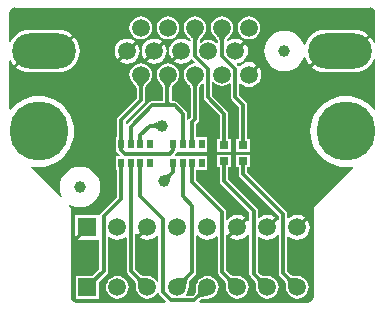
<source format=gtl>
G04*
G04 #@! TF.GenerationSoftware,Altium Limited,Altium Designer,18.0.12 (696)*
G04*
G04 Layer_Physical_Order=1*
G04 Layer_Color=7334*
%FSLAX44Y44*%
%MOMM*%
G71*
G01*
G75*
%ADD12R,0.8000X0.6500*%
%ADD13R,0.5000X0.8000*%
%ADD21C,1.0000*%
%ADD22C,0.3000*%
%ADD23R,1.5000X1.5000*%
%ADD24C,1.5000*%
%ADD25O,5.4000X3.0000*%
%ADD26C,5.0000*%
G36*
X311901Y254590D02*
X313513Y253513D01*
X314590Y251901D01*
X314935Y250167D01*
X314902Y250000D01*
Y224632D01*
X313702Y224454D01*
X313560Y224922D01*
X311889Y228049D01*
X310596Y229624D01*
X297911Y216939D01*
X295789Y219061D01*
X308474Y231746D01*
X306899Y233039D01*
X303772Y234710D01*
X300379Y235739D01*
X296850Y236087D01*
X272850D01*
X269321Y235739D01*
X265928Y234710D01*
X262801Y233039D01*
X260061Y230790D01*
X257811Y228049D01*
X256140Y224922D01*
X255529Y222910D01*
X254275D01*
X253782Y224537D01*
X252203Y227490D01*
X250079Y230079D01*
X247490Y232203D01*
X244537Y233782D01*
X241333Y234754D01*
X238000Y235082D01*
X234667Y234754D01*
X231463Y233782D01*
X228510Y232203D01*
X225921Y230079D01*
X223797Y227490D01*
X222218Y224537D01*
X221246Y221333D01*
X220918Y218000D01*
X221246Y214667D01*
X222218Y211463D01*
X223797Y208510D01*
X225921Y205921D01*
X228510Y203797D01*
X231463Y202218D01*
X234667Y201246D01*
X238000Y200918D01*
X241333Y201246D01*
X244537Y202218D01*
X247490Y203797D01*
X250079Y205921D01*
X252203Y208510D01*
X253782Y211463D01*
X254275Y213090D01*
X255529D01*
X256140Y211078D01*
X257811Y207951D01*
X259104Y206376D01*
X271789Y219061D01*
X273911Y216939D01*
X261226Y204254D01*
X262801Y202961D01*
X265928Y201290D01*
X269321Y200261D01*
X272850Y199913D01*
X296850D01*
X300379Y200261D01*
X303772Y201290D01*
X306899Y202961D01*
X309639Y205210D01*
X311889Y207951D01*
X313560Y211078D01*
X313702Y211546D01*
X314902Y211368D01*
Y168884D01*
X313702Y168442D01*
X311279Y171279D01*
X307688Y174345D01*
X303662Y176813D01*
X299299Y178620D01*
X294708Y179722D01*
X290000Y180093D01*
X285292Y179722D01*
X280701Y178620D01*
X276338Y176813D01*
X272312Y174345D01*
X268721Y171279D01*
X265655Y167688D01*
X263187Y163662D01*
X261380Y159299D01*
X260278Y154707D01*
X259907Y150000D01*
X260278Y145293D01*
X261380Y140701D01*
X263187Y136338D01*
X265655Y132312D01*
X268721Y128721D01*
X272312Y125654D01*
X276338Y123187D01*
X280701Y121380D01*
X285292Y120278D01*
X290000Y119907D01*
X294708Y120278D01*
X295665Y120507D01*
X296251Y119460D01*
X264395Y87605D01*
X263290Y85951D01*
X262902Y84000D01*
Y10000D01*
X262935Y9833D01*
X262590Y8099D01*
X261513Y6487D01*
X259901Y5410D01*
X258167Y5065D01*
X258000Y5098D01*
X166513D01*
X166053Y6207D01*
X167183Y7336D01*
X167461Y7526D01*
X167833Y7722D01*
X168285Y7906D01*
X168819Y8071D01*
X169436Y8213D01*
X170109Y8321D01*
X171796Y8452D01*
X172491Y8459D01*
X172800Y8418D01*
X175280Y8745D01*
X177591Y9702D01*
X179576Y11224D01*
X181098Y13209D01*
X182055Y15520D01*
X182382Y18000D01*
X182055Y20480D01*
X181098Y22791D01*
X179576Y24775D01*
X177591Y26298D01*
X175280Y27255D01*
X172800Y27582D01*
X170320Y27255D01*
X168009Y26298D01*
X166025Y24775D01*
X164502Y22791D01*
X163545Y20480D01*
X163218Y18000D01*
X163254Y17726D01*
X163204Y16092D01*
X163125Y15335D01*
X163013Y14636D01*
X162871Y14019D01*
X162706Y13485D01*
X162522Y13033D01*
X162326Y12661D01*
X162136Y12383D01*
X160322Y10569D01*
X155185D01*
X154593Y11769D01*
X155698Y13209D01*
X156656Y15520D01*
X156982Y18000D01*
X156946Y18274D01*
X156996Y19908D01*
X157074Y20665D01*
X157187Y21363D01*
X157329Y21981D01*
X157494Y22515D01*
X157678Y22967D01*
X157874Y23338D01*
X158064Y23617D01*
X162523Y28077D01*
X163297Y29234D01*
X163569Y30600D01*
Y61611D01*
X164769Y62019D01*
X165311Y61311D01*
X167505Y59628D01*
X170059Y58570D01*
X172800Y58209D01*
X175541Y58570D01*
X178095Y59628D01*
X180231Y61267D01*
X180647Y61200D01*
X181431Y60934D01*
Y31200D01*
X181703Y29834D01*
X182477Y28677D01*
X187537Y23617D01*
X187726Y23338D01*
X187922Y22967D01*
X188106Y22515D01*
X188271Y21981D01*
X188413Y21364D01*
X188521Y20691D01*
X188652Y19004D01*
X188659Y18310D01*
X188618Y18000D01*
X188945Y15520D01*
X189902Y13209D01*
X191425Y11224D01*
X193409Y9702D01*
X195720Y8745D01*
X198200Y8418D01*
X200680Y8745D01*
X202991Y9702D01*
X204975Y11224D01*
X206498Y13209D01*
X207456Y15520D01*
X207782Y18000D01*
X207456Y20480D01*
X206498Y22791D01*
X204975Y24775D01*
X202991Y26298D01*
X200680Y27255D01*
X198200Y27582D01*
X197926Y27546D01*
X196292Y27596D01*
X195535Y27675D01*
X194837Y27787D01*
X194219Y27929D01*
X193685Y28094D01*
X193233Y28278D01*
X192862Y28474D01*
X192583Y28663D01*
X188569Y32678D01*
Y62133D01*
X189769Y62540D01*
X189790Y62512D01*
X197139Y69861D01*
X204488Y77210D01*
X203495Y77972D01*
X200941Y79030D01*
X198200Y79391D01*
X195459Y79030D01*
X192905Y77972D01*
X190711Y76289D01*
X189769Y75060D01*
X188569Y75467D01*
Y82000D01*
X188297Y83366D01*
X187523Y84523D01*
X163569Y108478D01*
Y117000D01*
X172500D01*
Y129000D01*
X145615D01*
X145155Y130109D01*
X146523Y131477D01*
X147297Y132634D01*
X147370Y133000D01*
X172500D01*
Y145000D01*
X163569D01*
Y156522D01*
X164773Y157727D01*
X165547Y158884D01*
X165819Y160250D01*
Y186688D01*
X165882Y187018D01*
X166006Y187420D01*
X166195Y187870D01*
X166456Y188365D01*
X166792Y188901D01*
X167191Y189454D01*
X168292Y190739D01*
X168481Y190932D01*
X169510Y190571D01*
X169681Y190415D01*
Y178750D01*
X169953Y177384D01*
X170727Y176227D01*
X183431Y163522D01*
Y143500D01*
X181000D01*
Y133000D01*
X193000D01*
Y143500D01*
X190569D01*
Y165000D01*
X190297Y166366D01*
X189523Y167523D01*
X176819Y180228D01*
Y191481D01*
X178019Y191888D01*
X178375Y191425D01*
X180359Y189902D01*
X182670Y188944D01*
X185150Y188618D01*
X187630Y188944D01*
X189941Y189902D01*
X191381Y191007D01*
X192581Y190415D01*
Y179300D01*
X192853Y177934D01*
X193627Y176777D01*
X199431Y170972D01*
Y143500D01*
X197000D01*
Y133000D01*
X209000D01*
Y143500D01*
X206569D01*
Y172450D01*
X206297Y173816D01*
X205523Y174973D01*
X199718Y180778D01*
Y189954D01*
X200919Y190437D01*
X202755Y189028D01*
X205309Y187970D01*
X208050Y187609D01*
X210791Y187970D01*
X213345Y189028D01*
X215539Y190711D01*
X217222Y192905D01*
X218280Y195459D01*
X218641Y198200D01*
X218280Y200941D01*
X217222Y203495D01*
X216460Y204488D01*
X209111Y197139D01*
X206989Y199261D01*
X214338Y206610D01*
X213345Y207372D01*
X210791Y208430D01*
X208050Y208791D01*
X205309Y208430D01*
X202755Y207372D01*
X200561Y205689D01*
X200033Y205000D01*
X198834Y205040D01*
X198673Y205280D01*
X197620Y206333D01*
X198050Y207600D01*
X199341Y207770D01*
X201895Y208828D01*
X204089Y210511D01*
X205772Y212705D01*
X206830Y215259D01*
X207191Y218000D01*
X206830Y220741D01*
X205772Y223295D01*
X205010Y224288D01*
X197661Y216939D01*
X195539Y219061D01*
X202888Y226410D01*
X201895Y227172D01*
X199341Y228230D01*
X196600Y228591D01*
X193859Y228230D01*
X191305Y227172D01*
X190574Y226611D01*
X189250Y227108D01*
X189155Y227583D01*
X189356Y227965D01*
X189692Y228501D01*
X190091Y229054D01*
X191192Y230339D01*
X191678Y230835D01*
X191925Y231024D01*
X193448Y233009D01*
X194405Y235320D01*
X194732Y237800D01*
X194405Y240280D01*
X193448Y242591D01*
X191925Y244575D01*
X189941Y246098D01*
X187630Y247055D01*
X185150Y247382D01*
X182670Y247055D01*
X180359Y246098D01*
X178375Y244575D01*
X176852Y242591D01*
X175895Y240280D01*
X175568Y237800D01*
X175895Y235320D01*
X176852Y233009D01*
X178375Y231024D01*
X178594Y230856D01*
X179714Y229665D01*
X180193Y229075D01*
X180608Y228501D01*
X180944Y227965D01*
X181205Y227470D01*
X181394Y227020D01*
X181518Y226618D01*
X181581Y226288D01*
Y225151D01*
X181084Y224982D01*
X180381Y224848D01*
X178491Y226298D01*
X176180Y227255D01*
X173700Y227582D01*
X171220Y227255D01*
X168909Y226298D01*
X167469Y225193D01*
X166269Y225785D01*
Y226390D01*
X166330Y226717D01*
X166453Y227133D01*
X166642Y227605D01*
X166901Y228130D01*
X167233Y228702D01*
X167629Y229300D01*
X168702Y230687D01*
X168937Y230956D01*
X169025Y231024D01*
X169238Y231301D01*
X169348Y231427D01*
X169388Y231497D01*
X170548Y233009D01*
X171505Y235320D01*
X171832Y237800D01*
X171505Y240280D01*
X170548Y242591D01*
X169025Y244575D01*
X167041Y246098D01*
X164730Y247055D01*
X162250Y247382D01*
X159770Y247055D01*
X157459Y246098D01*
X155475Y244575D01*
X153952Y242591D01*
X152994Y240280D01*
X152668Y237800D01*
X152994Y235320D01*
X153952Y233009D01*
X155475Y231024D01*
X155920Y230683D01*
X155960Y230629D01*
X156658Y229995D01*
X157241Y229411D01*
X157740Y228852D01*
X158158Y228321D01*
X158495Y227821D01*
X158755Y227357D01*
X158792Y227272D01*
X158630Y226739D01*
X157239Y226294D01*
X156095Y227172D01*
X153541Y228230D01*
X150800Y228591D01*
X148059Y228230D01*
X145505Y227172D01*
X143311Y225489D01*
X141628Y223295D01*
X140570Y220741D01*
X140209Y218000D01*
X140570Y215259D01*
X141628Y212705D01*
X142390Y211712D01*
X149739Y219061D01*
X151861Y216939D01*
X144512Y209590D01*
X145505Y208828D01*
X148059Y207770D01*
X150800Y207409D01*
X153541Y207770D01*
X156095Y208828D01*
X158289Y210511D01*
X158817Y211200D01*
X160016Y211160D01*
X160177Y210920D01*
X162137Y208960D01*
X161691Y207708D01*
X159770Y207455D01*
X157459Y206498D01*
X155475Y204975D01*
X153952Y202991D01*
X152994Y200680D01*
X152668Y198200D01*
X152994Y195720D01*
X153952Y193409D01*
X155475Y191425D01*
X155694Y191257D01*
X156814Y190065D01*
X157293Y189475D01*
X157708Y188901D01*
X158044Y188365D01*
X158305Y187870D01*
X158494Y187420D01*
X158618Y187018D01*
X158681Y186688D01*
Y161728D01*
X157477Y160523D01*
X157392Y160397D01*
X155762Y160086D01*
X155569Y160218D01*
Y165000D01*
X155297Y166366D01*
X154523Y167523D01*
X147523Y174523D01*
X146366Y175297D01*
X145000Y175569D01*
X143112D01*
X142922Y175602D01*
X142782Y175649D01*
X142719Y175683D01*
X142699Y175699D01*
X142682Y175720D01*
X142649Y175782D01*
X142602Y175922D01*
X142569Y176112D01*
Y186628D01*
X142633Y186959D01*
X142757Y187349D01*
X142946Y187780D01*
X143206Y188251D01*
X143543Y188759D01*
X143942Y189277D01*
X145059Y190483D01*
X145735Y191113D01*
X145753Y191139D01*
X146125Y191425D01*
X147648Y193409D01*
X148605Y195720D01*
X148932Y198200D01*
X148605Y200680D01*
X147648Y202991D01*
X146125Y204975D01*
X144141Y206498D01*
X141830Y207455D01*
X139350Y207782D01*
X136870Y207455D01*
X134559Y206498D01*
X132575Y204975D01*
X131052Y202991D01*
X130094Y200680D01*
X129768Y198200D01*
X130094Y195720D01*
X131052Y193409D01*
X132337Y191734D01*
X132337Y191734D01*
X132338Y191733D01*
X132575Y191425D01*
X132702Y191327D01*
X132988Y191008D01*
X134067Y189643D01*
X134464Y189056D01*
X134798Y188491D01*
X135057Y187973D01*
X135246Y187506D01*
X135370Y187093D01*
X135431Y186765D01*
Y176112D01*
X135398Y175922D01*
X135351Y175782D01*
X135318Y175720D01*
X135301Y175699D01*
X135281Y175683D01*
X135218Y175649D01*
X135078Y175602D01*
X134888Y175569D01*
X126000D01*
X124634Y175297D01*
X123477Y174523D01*
X105477Y156523D01*
X105392Y156397D01*
X103762Y156086D01*
X103569Y156218D01*
Y158522D01*
X118973Y173927D01*
X119747Y175084D01*
X120019Y176450D01*
Y186688D01*
X120082Y187018D01*
X120206Y187420D01*
X120395Y187870D01*
X120656Y188365D01*
X120992Y188901D01*
X121391Y189454D01*
X122492Y190739D01*
X122978Y191235D01*
X123225Y191425D01*
X124748Y193409D01*
X125705Y195720D01*
X126032Y198200D01*
X125705Y200680D01*
X124748Y202991D01*
X123225Y204975D01*
X121241Y206498D01*
X118930Y207455D01*
X116450Y207782D01*
X113970Y207455D01*
X111659Y206498D01*
X109675Y204975D01*
X108152Y202991D01*
X107194Y200680D01*
X106868Y198200D01*
X107194Y195720D01*
X108152Y193409D01*
X109675Y191425D01*
X109894Y191257D01*
X111014Y190065D01*
X111493Y189475D01*
X111908Y188901D01*
X112244Y188365D01*
X112505Y187870D01*
X112694Y187420D01*
X112818Y187018D01*
X112881Y186688D01*
Y177928D01*
X97477Y162523D01*
X96703Y161366D01*
X96431Y160000D01*
Y145000D01*
X95500D01*
Y133000D01*
X96630D01*
X96703Y132634D01*
X97477Y131477D01*
X98845Y130109D01*
X98385Y129000D01*
X95500D01*
Y117000D01*
X96431D01*
Y94478D01*
X82477Y80523D01*
X81703Y79366D01*
X81690Y79300D01*
X60700D01*
Y60421D01*
X70139Y69861D01*
X72261Y67739D01*
X62821Y58300D01*
X81431D01*
Y33278D01*
X76661Y28508D01*
X76142Y28025D01*
X75720Y27686D01*
X75454Y27500D01*
X61700D01*
Y8500D01*
X80700D01*
Y22254D01*
X80870Y22497D01*
X81579Y23332D01*
X87523Y29277D01*
X88297Y30434D01*
X88569Y31800D01*
Y60215D01*
X89769Y60807D01*
X91305Y59628D01*
X93859Y58570D01*
X96600Y58209D01*
X99341Y58570D01*
X101895Y59628D01*
X103231Y60654D01*
X104431Y60062D01*
Y32000D01*
X104703Y30634D01*
X105477Y29477D01*
X111336Y23617D01*
X111525Y23338D01*
X111722Y22967D01*
X111906Y22515D01*
X112071Y21981D01*
X112213Y21364D01*
X112321Y20691D01*
X112452Y19004D01*
X112459Y18310D01*
X112418Y18000D01*
X112745Y15520D01*
X113702Y13209D01*
X115225Y11224D01*
X117209Y9702D01*
X119520Y8745D01*
X122000Y8418D01*
X124480Y8745D01*
X126791Y9702D01*
X128776Y11224D01*
X130298Y13209D01*
X130344Y13318D01*
X131592Y13196D01*
X131703Y12634D01*
X132477Y11477D01*
X137747Y6207D01*
X137288Y5098D01*
X63197D01*
X63175Y5098D01*
X62000Y5098D01*
X60866Y5257D01*
X60099Y5410D01*
X58487Y6487D01*
X57410Y8099D01*
X57065Y9833D01*
X57098Y10000D01*
Y84000D01*
X56710Y85951D01*
X55833Y87263D01*
X56664Y88180D01*
X58463Y87218D01*
X61667Y86246D01*
X65000Y85918D01*
X68333Y86246D01*
X71537Y87218D01*
X74490Y88797D01*
X77079Y90921D01*
X79203Y93510D01*
X80782Y96463D01*
X81754Y99667D01*
X82082Y103000D01*
X81754Y106333D01*
X80782Y109537D01*
X79203Y112490D01*
X77079Y115079D01*
X74490Y117203D01*
X71537Y118782D01*
X68333Y119754D01*
X65000Y120082D01*
X61667Y119754D01*
X58463Y118782D01*
X55510Y117203D01*
X52921Y115079D01*
X50797Y112490D01*
X49218Y109537D01*
X48246Y106333D01*
X47918Y103000D01*
X48246Y99667D01*
X49218Y96463D01*
X50107Y94799D01*
X49133Y94077D01*
X23749Y119460D01*
X24335Y120507D01*
X25292Y120278D01*
X30000Y119907D01*
X34708Y120278D01*
X39299Y121380D01*
X43662Y123187D01*
X47688Y125654D01*
X51279Y128721D01*
X54345Y132312D01*
X56813Y136338D01*
X58620Y140701D01*
X59722Y145293D01*
X60093Y150000D01*
X59722Y154707D01*
X58620Y159299D01*
X56813Y163662D01*
X54345Y167688D01*
X51279Y171279D01*
X47688Y174345D01*
X43662Y176813D01*
X39299Y178620D01*
X34708Y179722D01*
X30000Y180093D01*
X25292Y179722D01*
X20701Y178620D01*
X16338Y176813D01*
X12312Y174345D01*
X8721Y171279D01*
X6298Y168442D01*
X5098Y168884D01*
Y209921D01*
X6298Y210221D01*
X7511Y207951D01*
X8804Y206376D01*
X21489Y219061D01*
X23611Y216939D01*
X10926Y204254D01*
X12501Y202961D01*
X15628Y201290D01*
X19021Y200261D01*
X22550Y199913D01*
X46550D01*
X50079Y200261D01*
X53472Y201290D01*
X56599Y202961D01*
X59339Y205210D01*
X61589Y207951D01*
X63260Y211078D01*
X64289Y214471D01*
X64637Y218000D01*
X64289Y221529D01*
X63260Y224922D01*
X61589Y228049D01*
X60296Y229624D01*
X47611Y216939D01*
X45489Y219061D01*
X58174Y231746D01*
X56599Y233039D01*
X53472Y234710D01*
X50079Y235739D01*
X46550Y236087D01*
X22550D01*
X19021Y235739D01*
X15628Y234710D01*
X12501Y233039D01*
X9761Y230790D01*
X7511Y228049D01*
X6298Y225779D01*
X5098Y226080D01*
Y250000D01*
X5065Y250167D01*
X5410Y251901D01*
X6487Y253513D01*
X8099Y254590D01*
X9833Y254935D01*
X10000Y254902D01*
X310000Y254902D01*
X310167Y254935D01*
X311901Y254590D01*
D02*
G37*
G36*
X189688Y231717D02*
X188487Y230316D01*
X188000Y229641D01*
X187588Y228983D01*
X187250Y228342D01*
X186987Y227719D01*
X186800Y227113D01*
X186688Y226523D01*
X186650Y225951D01*
X183650D01*
X183612Y226523D01*
X183500Y227113D01*
X183312Y227719D01*
X183050Y228342D01*
X182712Y228983D01*
X182300Y229641D01*
X181812Y230316D01*
X181250Y231008D01*
X179900Y232444D01*
X190400D01*
X189688Y231717D01*
D02*
G37*
G36*
X167126Y231983D02*
X165970Y230488D01*
X165500Y229778D01*
X165103Y229095D01*
X164778Y228436D01*
X164525Y227803D01*
X164345Y227196D01*
X164236Y226614D01*
X164200Y226058D01*
X161200Y225874D01*
X161161Y226459D01*
X161045Y227053D01*
X160852Y227657D01*
X160581Y228270D01*
X160233Y228891D01*
X159807Y229522D01*
X159304Y230163D01*
X158724Y230812D01*
X158066Y231471D01*
X157331Y232139D01*
X167812Y232768D01*
X167126Y231983D01*
D02*
G37*
G36*
X166787Y192117D02*
X165588Y190716D01*
X165100Y190041D01*
X164688Y189383D01*
X164350Y188742D01*
X164088Y188119D01*
X163900Y187513D01*
X163787Y186924D01*
X163750Y186352D01*
X160750D01*
X160713Y186924D01*
X160600Y187513D01*
X160413Y188119D01*
X160150Y188742D01*
X159812Y189383D01*
X159400Y190041D01*
X158912Y190716D01*
X158350Y191408D01*
X157000Y192844D01*
X167500D01*
X166787Y192117D01*
D02*
G37*
G36*
X120988D02*
X119788Y190716D01*
X119300Y190041D01*
X118888Y189383D01*
X118550Y188742D01*
X118287Y188119D01*
X118100Y187513D01*
X117987Y186924D01*
X117950Y186352D01*
X114950D01*
X114913Y186924D01*
X114800Y187513D01*
X114613Y188119D01*
X114350Y188742D01*
X114012Y189383D01*
X113600Y190041D01*
X113112Y190716D01*
X112550Y191408D01*
X111200Y192844D01*
X121700D01*
X120988Y192117D01*
D02*
G37*
G36*
X144344Y192605D02*
X143614Y191924D01*
X142384Y190595D01*
X141884Y189947D01*
X141461Y189310D01*
X141115Y188684D01*
X140846Y188069D01*
X140654Y187464D01*
X140539Y186871D01*
X140500Y186289D01*
X137500Y186432D01*
X137464Y186992D01*
X137354Y187575D01*
X137172Y188183D01*
X136917Y188813D01*
X136589Y189468D01*
X136188Y190146D01*
X135714Y190848D01*
X134548Y192322D01*
X133856Y193095D01*
X144344Y192605D01*
D02*
G37*
G36*
X140530Y175930D02*
X140620Y175420D01*
X140770Y174970D01*
X140980Y174580D01*
X141250Y174250D01*
X141580Y173980D01*
X141970Y173770D01*
X142420Y173620D01*
X142930Y173530D01*
X143500Y173500D01*
X139000Y170500D01*
X134500Y173500D01*
X135070Y173530D01*
X135580Y173620D01*
X136030Y173770D01*
X136420Y173980D01*
X136750Y174250D01*
X137020Y174580D01*
X137230Y174970D01*
X137380Y175420D01*
X137470Y175930D01*
X137500Y176500D01*
X140500D01*
X140530Y175930D01*
D02*
G37*
G36*
X130429Y151500D02*
X130034Y151880D01*
X129634Y152220D01*
X129228Y152520D01*
X128816Y152780D01*
X128399Y153000D01*
X127977Y153180D01*
X127548Y153320D01*
X127115Y153420D01*
X126675Y153480D01*
X126230Y153500D01*
Y156500D01*
X126675Y156520D01*
X127115Y156580D01*
X127548Y156680D01*
X127977Y156820D01*
X128399Y157000D01*
X128816Y157220D01*
X129228Y157480D01*
X129634Y157780D01*
X130034Y158120D01*
X130429Y158500D01*
Y151500D01*
D02*
G37*
G36*
X142555Y112433D02*
X142254Y112105D01*
X141986Y111751D01*
X141750Y111374D01*
X141546Y110972D01*
X141375Y110546D01*
X141235Y110096D01*
X141128Y109621D01*
X141053Y109122D01*
X141010Y108598D01*
X141000Y108050D01*
X136050Y113000D01*
X136598Y113010D01*
X137121Y113053D01*
X137621Y113128D01*
X138096Y113235D01*
X138546Y113375D01*
X138972Y113546D01*
X139374Y113750D01*
X139752Y113986D01*
X140105Y114254D01*
X140433Y114555D01*
X142555Y112433D01*
D02*
G37*
G36*
X123061Y67739D02*
X115712Y60390D01*
X116705Y59628D01*
X119259Y58570D01*
X122000Y58209D01*
X124741Y58570D01*
X127295Y59628D01*
X129489Y61311D01*
X130231Y62279D01*
X131431Y61872D01*
Y23596D01*
X130363Y22874D01*
X130231Y22878D01*
X128776Y24775D01*
X126791Y26298D01*
X124480Y27255D01*
X122000Y27582D01*
X121726Y27546D01*
X120091Y27596D01*
X119335Y27675D01*
X118637Y27787D01*
X118019Y27929D01*
X117485Y28094D01*
X117033Y28278D01*
X116662Y28474D01*
X116383Y28663D01*
X111569Y33478D01*
Y63410D01*
X112769Y63649D01*
X112828Y63505D01*
X113590Y62512D01*
X120939Y69861D01*
X123061Y67739D01*
D02*
G37*
G36*
X80791Y25470D02*
X80194Y24852D01*
X79254Y23745D01*
X78912Y23256D01*
X78654Y22810D01*
X78481Y22408D01*
X78394Y22048D01*
X78391Y21731D01*
X78472Y21458D01*
X78639Y21227D01*
X74427Y25439D01*
X74658Y25272D01*
X74931Y25191D01*
X75248Y25194D01*
X75608Y25282D01*
X76010Y25454D01*
X76456Y25712D01*
X76945Y26054D01*
X77477Y26482D01*
X78670Y27591D01*
X80791Y25470D01*
D02*
G37*
G36*
X191313Y27061D02*
X191810Y26724D01*
X192371Y26428D01*
X192997Y26172D01*
X193689Y25958D01*
X194446Y25785D01*
X195268Y25652D01*
X196155Y25560D01*
X198125Y25500D01*
X190700Y18075D01*
X190690Y19093D01*
X190548Y20932D01*
X190415Y21754D01*
X190242Y22511D01*
X190028Y23203D01*
X189772Y23829D01*
X189476Y24390D01*
X189139Y24887D01*
X188761Y25317D01*
X190882Y27439D01*
X191313Y27061D01*
D02*
G37*
G36*
X156839Y25317D02*
X156461Y24887D01*
X156124Y24390D01*
X155828Y23829D01*
X155573Y23203D01*
X155358Y22511D01*
X155185Y21754D01*
X155052Y20932D01*
X154960Y20045D01*
X154900Y18075D01*
X147475Y25500D01*
X148493Y25510D01*
X150332Y25652D01*
X151154Y25785D01*
X151911Y25958D01*
X152603Y26172D01*
X153229Y26428D01*
X153790Y26724D01*
X154287Y27061D01*
X154718Y27439D01*
X156839Y25317D01*
D02*
G37*
G36*
X115113Y27061D02*
X115610Y26724D01*
X116171Y26428D01*
X116797Y26172D01*
X117489Y25958D01*
X118246Y25785D01*
X119068Y25652D01*
X119955Y25560D01*
X121925Y25500D01*
X114500Y18075D01*
X114490Y19093D01*
X114348Y20932D01*
X114215Y21754D01*
X114042Y22511D01*
X113827Y23203D01*
X113572Y23829D01*
X113276Y24390D01*
X112939Y24887D01*
X112561Y25317D01*
X114683Y27439D01*
X115113Y27061D01*
D02*
G37*
G36*
X172725Y10500D02*
X171707Y10490D01*
X169868Y10348D01*
X169046Y10215D01*
X168289Y10042D01*
X167597Y9827D01*
X166971Y9572D01*
X166410Y9276D01*
X165914Y8939D01*
X165483Y8561D01*
X163361Y10682D01*
X163739Y11113D01*
X164076Y11610D01*
X164372Y12171D01*
X164627Y12797D01*
X164842Y13489D01*
X165015Y14246D01*
X165148Y15068D01*
X165240Y15955D01*
X165300Y17925D01*
X172725Y10500D01*
D02*
G37*
%LPC*%
G36*
X208050Y247382D02*
X205570Y247055D01*
X203259Y246098D01*
X201275Y244575D01*
X199752Y242591D01*
X198794Y240280D01*
X198468Y237800D01*
X198794Y235320D01*
X199752Y233009D01*
X201275Y231024D01*
X203259Y229502D01*
X205570Y228545D01*
X208050Y228218D01*
X210530Y228545D01*
X212841Y229502D01*
X214825Y231024D01*
X216348Y233009D01*
X217305Y235320D01*
X217632Y237800D01*
X217305Y240280D01*
X216348Y242591D01*
X214825Y244575D01*
X212841Y246098D01*
X210530Y247055D01*
X208050Y247382D01*
D02*
G37*
G36*
X139350D02*
X136870Y247055D01*
X134559Y246098D01*
X132575Y244575D01*
X131052Y242591D01*
X130094Y240280D01*
X129768Y237800D01*
X130094Y235320D01*
X131052Y233009D01*
X132575Y231024D01*
X134559Y229502D01*
X136870Y228545D01*
X139350Y228218D01*
X141830Y228545D01*
X144141Y229502D01*
X146125Y231024D01*
X147648Y233009D01*
X148605Y235320D01*
X148932Y237800D01*
X148605Y240280D01*
X147648Y242591D01*
X146125Y244575D01*
X144141Y246098D01*
X141830Y247055D01*
X139350Y247382D01*
D02*
G37*
G36*
X116450D02*
X113970Y247055D01*
X111659Y246098D01*
X109675Y244575D01*
X108152Y242591D01*
X107194Y240280D01*
X106868Y237800D01*
X107194Y235320D01*
X108152Y233009D01*
X109675Y231024D01*
X111659Y229502D01*
X113970Y228545D01*
X116450Y228218D01*
X118930Y228545D01*
X121241Y229502D01*
X123225Y231024D01*
X124748Y233009D01*
X125705Y235320D01*
X126032Y237800D01*
X125705Y240280D01*
X124748Y242591D01*
X123225Y244575D01*
X121241Y246098D01*
X118930Y247055D01*
X116450Y247382D01*
D02*
G37*
G36*
X105000Y228591D02*
X102259Y228230D01*
X99705Y227172D01*
X97511Y225489D01*
X95828Y223295D01*
X94770Y220741D01*
X94409Y218000D01*
X94770Y215259D01*
X95828Y212705D01*
X96590Y211712D01*
X103939Y219061D01*
X111288Y226410D01*
X110295Y227172D01*
X107741Y228230D01*
X105000Y228591D01*
D02*
G37*
G36*
X127900D02*
X125159Y228230D01*
X122605Y227172D01*
X120411Y225489D01*
X118728Y223295D01*
X117670Y220741D01*
X117309Y218000D01*
X117670Y215259D01*
X118728Y212705D01*
X119490Y211712D01*
X126839Y219061D01*
X134188Y226410D01*
X133195Y227172D01*
X130641Y228230D01*
X127900Y228591D01*
D02*
G37*
G36*
X136310Y224288D02*
X128961Y216939D01*
X121612Y209590D01*
X122605Y208828D01*
X125159Y207770D01*
X127900Y207409D01*
X130641Y207770D01*
X133195Y208828D01*
X135389Y210511D01*
X137072Y212705D01*
X138130Y215259D01*
X138491Y218000D01*
X138130Y220741D01*
X137072Y223295D01*
X136310Y224288D01*
D02*
G37*
G36*
X113410D02*
X106061Y216939D01*
X98712Y209590D01*
X99705Y208828D01*
X102259Y207770D01*
X105000Y207409D01*
X107741Y207770D01*
X110295Y208828D01*
X112489Y210511D01*
X114172Y212705D01*
X115230Y215259D01*
X115591Y218000D01*
X115230Y220741D01*
X114172Y223295D01*
X113410Y224288D01*
D02*
G37*
G36*
X209000Y130000D02*
X197000D01*
Y119500D01*
X199431D01*
Y114000D01*
X199703Y112634D01*
X200477Y111477D01*
X233431Y78522D01*
Y75207D01*
X232231Y74799D01*
X232010Y75088D01*
X224661Y67739D01*
X222539Y69861D01*
X229888Y77210D01*
X228895Y77972D01*
X226341Y79030D01*
X223600Y79391D01*
X220859Y79030D01*
X218305Y77972D01*
X216769Y76793D01*
X215569Y77385D01*
Y83000D01*
X215297Y84366D01*
X214523Y85523D01*
X190569Y109478D01*
Y119500D01*
X193000D01*
Y130000D01*
X181000D01*
Y119500D01*
X183431D01*
Y108000D01*
X183703Y106634D01*
X184477Y105477D01*
X208431Y81522D01*
Y74604D01*
X207930Y74363D01*
X207231Y74278D01*
X206610Y75088D01*
X199261Y67739D01*
X191912Y60390D01*
X192905Y59628D01*
X195459Y58570D01*
X198200Y58209D01*
X200941Y58570D01*
X203495Y59628D01*
X205689Y61311D01*
X207231Y63322D01*
X207930Y63237D01*
X208431Y62997D01*
Y29600D01*
X208703Y28234D01*
X209477Y27077D01*
X212936Y23617D01*
X213125Y23338D01*
X213322Y22967D01*
X213506Y22515D01*
X213671Y21981D01*
X213813Y21364D01*
X213921Y20691D01*
X214052Y19004D01*
X214059Y18310D01*
X214018Y18000D01*
X214345Y15520D01*
X215302Y13209D01*
X216825Y11224D01*
X218809Y9702D01*
X221120Y8745D01*
X223600Y8418D01*
X226080Y8745D01*
X228391Y9702D01*
X230375Y11224D01*
X231898Y13209D01*
X232855Y15520D01*
X233182Y18000D01*
X232855Y20480D01*
X231898Y22791D01*
X230375Y24775D01*
X228391Y26298D01*
X226080Y27255D01*
X223600Y27582D01*
X223326Y27546D01*
X221691Y27596D01*
X220935Y27675D01*
X220236Y27787D01*
X219619Y27929D01*
X219085Y28094D01*
X218633Y28278D01*
X218262Y28474D01*
X217983Y28663D01*
X215569Y31078D01*
Y60215D01*
X216769Y60807D01*
X218305Y59628D01*
X220859Y58570D01*
X223600Y58209D01*
X226341Y58570D01*
X228895Y59628D01*
X231089Y61311D01*
X232231Y62801D01*
X233431Y62393D01*
Y30000D01*
X233703Y28634D01*
X234477Y27477D01*
X238337Y23617D01*
X238526Y23338D01*
X238722Y22967D01*
X238906Y22515D01*
X239071Y21981D01*
X239213Y21364D01*
X239321Y20691D01*
X239452Y19004D01*
X239459Y18310D01*
X239418Y18000D01*
X239745Y15520D01*
X240702Y13209D01*
X242225Y11224D01*
X244209Y9702D01*
X246520Y8745D01*
X249000Y8418D01*
X251480Y8745D01*
X253791Y9702D01*
X255776Y11224D01*
X257298Y13209D01*
X258256Y15520D01*
X258582Y18000D01*
X258256Y20480D01*
X257298Y22791D01*
X255776Y24775D01*
X253791Y26298D01*
X251480Y27255D01*
X249000Y27582D01*
X248726Y27546D01*
X247092Y27596D01*
X246335Y27675D01*
X245637Y27787D01*
X245019Y27929D01*
X244485Y28094D01*
X244033Y28278D01*
X243662Y28474D01*
X243383Y28663D01*
X240569Y31478D01*
Y60727D01*
X241769Y61114D01*
X243705Y59628D01*
X246259Y58570D01*
X249000Y58209D01*
X251741Y58570D01*
X254295Y59628D01*
X256489Y61311D01*
X258172Y63505D01*
X259230Y66059D01*
X259591Y68800D01*
X259230Y71541D01*
X258172Y74095D01*
X257410Y75088D01*
X250061Y67739D01*
X247939Y69861D01*
X255288Y77210D01*
X254295Y77972D01*
X251741Y79030D01*
X249000Y79391D01*
X246259Y79030D01*
X243705Y77972D01*
X241769Y76486D01*
X240569Y76873D01*
Y80000D01*
X240297Y81366D01*
X239523Y82523D01*
X206569Y115478D01*
Y119500D01*
X209000D01*
Y130000D01*
D02*
G37*
G36*
X96600Y27582D02*
X94120Y27255D01*
X91809Y26298D01*
X89825Y24775D01*
X88302Y22791D01*
X87345Y20480D01*
X87018Y18000D01*
X87345Y15520D01*
X88302Y13209D01*
X89825Y11224D01*
X91809Y9702D01*
X94120Y8745D01*
X96600Y8418D01*
X99080Y8745D01*
X101391Y9702D01*
X103376Y11224D01*
X104898Y13209D01*
X105856Y15520D01*
X106182Y18000D01*
X105856Y20480D01*
X104898Y22791D01*
X103376Y24775D01*
X101391Y26298D01*
X99080Y27255D01*
X96600Y27582D01*
D02*
G37*
%LPD*%
G36*
X242113Y27061D02*
X242610Y26724D01*
X243171Y26428D01*
X243797Y26172D01*
X244489Y25958D01*
X245246Y25785D01*
X246068Y25652D01*
X246955Y25560D01*
X248925Y25500D01*
X241500Y18075D01*
X241490Y19093D01*
X241348Y20932D01*
X241215Y21754D01*
X241042Y22511D01*
X240828Y23203D01*
X240572Y23829D01*
X240276Y24390D01*
X239939Y24887D01*
X239561Y25317D01*
X241682Y27439D01*
X242113Y27061D01*
D02*
G37*
G36*
X216714D02*
X217210Y26724D01*
X217771Y26428D01*
X218397Y26172D01*
X219089Y25958D01*
X219846Y25785D01*
X220668Y25652D01*
X221555Y25560D01*
X223525Y25500D01*
X216100Y18075D01*
X216090Y19093D01*
X215948Y20932D01*
X215815Y21754D01*
X215642Y22511D01*
X215427Y23203D01*
X215172Y23829D01*
X214876Y24390D01*
X214539Y24887D01*
X214161Y25317D01*
X216283Y27439D01*
X216714Y27061D01*
D02*
G37*
D12*
X203000Y138250D02*
D03*
Y124750D02*
D03*
X187000Y138250D02*
D03*
Y124750D02*
D03*
D13*
X144000Y139000D02*
D03*
Y123000D02*
D03*
X152000D02*
D03*
X160000D02*
D03*
X168000D02*
D03*
X152000Y139000D02*
D03*
X160000D02*
D03*
X168000D02*
D03*
X124000D02*
D03*
X116000D02*
D03*
X108000D02*
D03*
X124000Y123000D02*
D03*
X116000D02*
D03*
X108000D02*
D03*
X100000D02*
D03*
Y139000D02*
D03*
D21*
X238000Y218000D02*
D03*
X65000Y103000D02*
D03*
X136000Y108000D02*
D03*
X134000Y155000D02*
D03*
D22*
X161800Y7000D02*
X172800Y18000D01*
X142000Y7000D02*
X161800D01*
X203000Y114000D02*
X237000Y80000D01*
Y30000D02*
Y80000D01*
X187000Y108000D02*
X212000Y83000D01*
Y29600D02*
Y83000D01*
X160000Y107000D02*
X185000Y82000D01*
Y31200D02*
Y82000D01*
X152000Y95000D02*
X160000Y87000D01*
Y30600D02*
Y87000D01*
X116000Y95000D02*
X135000Y76000D01*
X116000Y95000D02*
Y123000D01*
X85000Y78000D02*
X100000Y93000D01*
X85000Y31800D02*
Y78000D01*
X147400Y18000D02*
X160000Y30600D01*
X139000Y172000D02*
X145000D01*
X126000D02*
X139000D01*
Y197850D02*
X139350Y198200D01*
X139000Y172000D02*
Y197850D01*
X145000Y172000D02*
X152000Y165000D01*
X108000Y154000D02*
X126000Y172000D01*
X152000Y139000D02*
Y165000D01*
X203000Y138250D02*
Y172450D01*
X196150Y179300D02*
X203000Y172450D01*
X196150Y179300D02*
Y202756D01*
X160000Y107000D02*
Y123000D01*
X135000Y14000D02*
Y76000D01*
X108000Y32000D02*
Y124000D01*
Y32000D02*
X122000Y18000D01*
X185150Y213756D02*
X196150Y202756D01*
X185150Y213756D02*
Y237800D01*
X162250D02*
X162700Y237350D01*
Y213444D02*
Y237350D01*
Y213444D02*
X173250Y202894D01*
Y178750D02*
Y202894D01*
Y178750D02*
X187000Y165000D01*
Y138250D02*
Y165000D01*
X203000Y114000D02*
Y124750D01*
X187000Y108000D02*
Y124750D01*
X152000Y95000D02*
Y123000D01*
X136000Y108000D02*
X144000Y116000D01*
Y123000D01*
X100000Y93000D02*
Y123000D01*
X103000Y131000D02*
X141000D01*
X144000Y134000D01*
Y139000D01*
X100000Y134000D02*
X103000Y131000D01*
X100000Y134000D02*
Y139000D01*
X162250Y160250D02*
Y198200D01*
X160000Y158000D02*
X162250Y160250D01*
X160000Y139000D02*
Y158000D01*
X162000Y197950D02*
X162250Y198200D01*
X124000Y155000D02*
X134000D01*
X116000Y147000D02*
X124000Y155000D01*
X116000Y139000D02*
Y147000D01*
X108000Y139000D02*
Y154000D01*
X116450Y176450D02*
Y198200D01*
X100000Y160000D02*
X116450Y176450D01*
X100000Y139000D02*
Y160000D01*
X237000Y30000D02*
X249000Y18000D01*
X212000Y29600D02*
X223600Y18000D01*
X135000Y14000D02*
X142000Y7000D01*
X71200Y18000D02*
X85000Y31800D01*
X185000Y31200D02*
X198200Y18000D01*
D23*
X71200D02*
D03*
Y68800D02*
D03*
D24*
X96600Y18000D02*
D03*
X122000D02*
D03*
X147400D02*
D03*
X172800D02*
D03*
X198200D02*
D03*
X249000D02*
D03*
X223600D02*
D03*
Y68800D02*
D03*
X249000D02*
D03*
X198200D02*
D03*
X172800D02*
D03*
X147400D02*
D03*
X122000D02*
D03*
X96600D02*
D03*
X116450Y198200D02*
D03*
X139350D02*
D03*
X162250D02*
D03*
X185150D02*
D03*
X208050D02*
D03*
X105000Y218000D02*
D03*
X127900D02*
D03*
X150800D02*
D03*
X173700D02*
D03*
X196600D02*
D03*
X116450Y237800D02*
D03*
X139350D02*
D03*
X162250D02*
D03*
X185150D02*
D03*
X208050D02*
D03*
D25*
X284850Y218000D02*
D03*
X34550D02*
D03*
D26*
X30000Y150000D02*
D03*
X290000D02*
D03*
M02*

</source>
